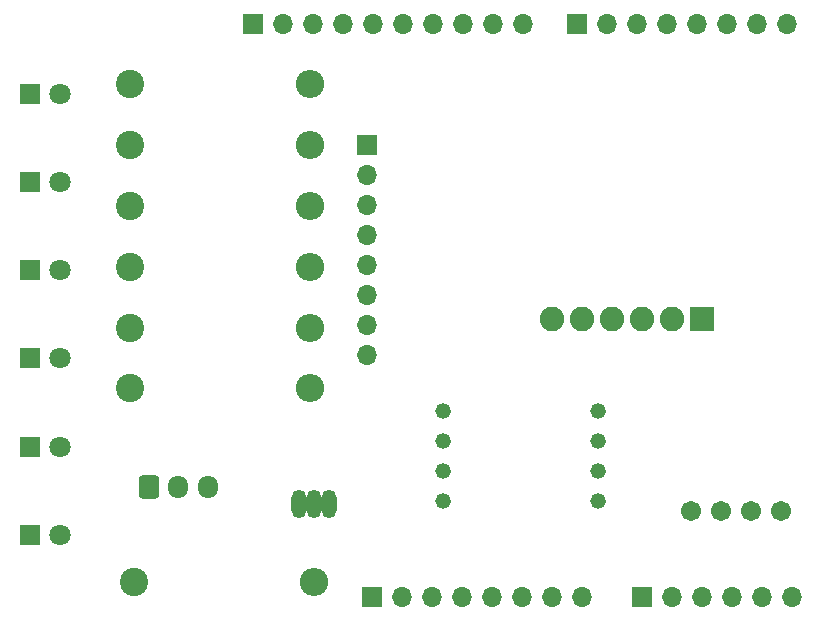
<source format=gbr>
%TF.GenerationSoftware,KiCad,Pcbnew,8.0.8*%
%TF.CreationDate,2025-03-13T01:40:52-06:00*%
%TF.ProjectId,Ballon Project,42616c6c-6f6e-4205-9072-6f6a6563742e,rev?*%
%TF.SameCoordinates,Original*%
%TF.FileFunction,Soldermask,Bot*%
%TF.FilePolarity,Negative*%
%FSLAX46Y46*%
G04 Gerber Fmt 4.6, Leading zero omitted, Abs format (unit mm)*
G04 Created by KiCad (PCBNEW 8.0.8) date 2025-03-13 01:40:52*
%MOMM*%
%LPD*%
G01*
G04 APERTURE LIST*
G04 Aperture macros list*
%AMRoundRect*
0 Rectangle with rounded corners*
0 $1 Rounding radius*
0 $2 $3 $4 $5 $6 $7 $8 $9 X,Y pos of 4 corners*
0 Add a 4 corners polygon primitive as box body*
4,1,4,$2,$3,$4,$5,$6,$7,$8,$9,$2,$3,0*
0 Add four circle primitives for the rounded corners*
1,1,$1+$1,$2,$3*
1,1,$1+$1,$4,$5*
1,1,$1+$1,$6,$7*
1,1,$1+$1,$8,$9*
0 Add four rect primitives between the rounded corners*
20,1,$1+$1,$2,$3,$4,$5,0*
20,1,$1+$1,$4,$5,$6,$7,0*
20,1,$1+$1,$6,$7,$8,$9,0*
20,1,$1+$1,$8,$9,$2,$3,0*%
G04 Aperture macros list end*
%ADD10R,1.700000X1.700000*%
%ADD11O,1.700000X1.700000*%
%ADD12C,1.321000*%
%ADD13C,2.400000*%
%ADD14O,2.400000X2.400000*%
%ADD15R,1.800000X1.800000*%
%ADD16C,1.800000*%
%ADD17RoundRect,0.102000X-0.939800X-0.939800X0.939800X-0.939800X0.939800X0.939800X-0.939800X0.939800X0*%
%ADD18C,2.083600*%
%ADD19C,1.712000*%
%ADD20O,1.304000X2.404000*%
%ADD21RoundRect,0.250000X-0.600000X-0.725000X0.600000X-0.725000X0.600000X0.725000X-0.600000X0.725000X0*%
%ADD22O,1.700000X1.950000*%
G04 APERTURE END LIST*
D10*
%TO.C,J4*%
X134220000Y-60270000D03*
D11*
X136760000Y-60270000D03*
X139300000Y-60270000D03*
X141840000Y-60270000D03*
X144380000Y-60270000D03*
X146920000Y-60270000D03*
X149460000Y-60270000D03*
X152000000Y-60270000D03*
%TD*%
D12*
%TO.C,IC1*%
X122920000Y-93000000D03*
X122920000Y-95540000D03*
X122920000Y-98080000D03*
X122920000Y-100620000D03*
X136000000Y-100620000D03*
X136000000Y-98080000D03*
X136000000Y-95540000D03*
X136000000Y-93000000D03*
%TD*%
D13*
%TO.C,R1*%
X96380000Y-65350000D03*
D14*
X111620000Y-65350000D03*
%TD*%
D15*
%TO.C,D4*%
X87960000Y-88560000D03*
D16*
X90500000Y-88560000D03*
%TD*%
D13*
%TO.C,R6*%
X96380000Y-91100000D03*
D14*
X111620000Y-91100000D03*
%TD*%
D13*
%TO.C,R3*%
X96380000Y-75650000D03*
D14*
X111620000Y-75650000D03*
%TD*%
D17*
%TO.C,U1*%
X144850000Y-85255000D03*
D18*
X142310000Y-85255000D03*
X139770000Y-85255000D03*
X137230000Y-85255000D03*
X134690000Y-85255000D03*
X132150000Y-85255000D03*
%TD*%
D13*
%TO.C,R5*%
X96380000Y-85950000D03*
D14*
X111620000Y-85950000D03*
%TD*%
D10*
%TO.C,J1*%
X106860000Y-60270000D03*
D11*
X109400000Y-60270000D03*
X111940000Y-60270000D03*
X114480000Y-60270000D03*
X117020000Y-60270000D03*
X119560000Y-60270000D03*
X122100000Y-60270000D03*
X124640000Y-60270000D03*
X127180000Y-60270000D03*
X129720000Y-60270000D03*
%TD*%
D13*
%TO.C,R4*%
X96380000Y-80800000D03*
D14*
X111620000Y-80800000D03*
%TD*%
D10*
%TO.C,J5*%
X116500000Y-70500000D03*
D11*
X116500000Y-73040000D03*
X116500000Y-75580000D03*
X116500000Y-78120000D03*
X116500000Y-80660000D03*
X116500000Y-83200000D03*
X116500000Y-85740000D03*
X116500000Y-88280000D03*
%TD*%
D15*
%TO.C,D6*%
X87960000Y-103500000D03*
D16*
X90500000Y-103500000D03*
%TD*%
D15*
%TO.C,D5*%
X87960000Y-96030000D03*
D16*
X90500000Y-96030000D03*
%TD*%
D10*
%TO.C,J3*%
X139720000Y-108770000D03*
D11*
X142260000Y-108770000D03*
X144800000Y-108770000D03*
X147340000Y-108770000D03*
X149880000Y-108770000D03*
X152420000Y-108770000D03*
%TD*%
D10*
%TO.C,J2*%
X116940000Y-108770000D03*
D11*
X119480000Y-108770000D03*
X122020000Y-108770000D03*
X124560000Y-108770000D03*
X127100000Y-108770000D03*
X129640000Y-108770000D03*
X132180000Y-108770000D03*
X134720000Y-108770000D03*
%TD*%
D19*
%TO.C,SENS-1*%
X143920000Y-101500000D03*
X146460000Y-101500000D03*
X149000000Y-101500000D03*
X151540000Y-101500000D03*
%TD*%
D13*
%TO.C,R7*%
X96760000Y-107500000D03*
D14*
X112000000Y-107500000D03*
%TD*%
D15*
%TO.C,D2*%
X87960000Y-73620000D03*
D16*
X90500000Y-73620000D03*
%TD*%
D15*
%TO.C,D1*%
X87960000Y-66150000D03*
D16*
X90500000Y-66150000D03*
%TD*%
D13*
%TO.C,R2*%
X96380000Y-70500000D03*
D14*
X111620000Y-70500000D03*
%TD*%
D20*
%TO.C,U3*%
X110730000Y-100900000D03*
X112000000Y-100900000D03*
X113270000Y-100900000D03*
%TD*%
D15*
%TO.C,D3*%
X87960000Y-81090000D03*
D16*
X90500000Y-81090000D03*
%TD*%
D21*
%TO.C,J7*%
X98000000Y-99475000D03*
D22*
X100500000Y-99475000D03*
X103000000Y-99475000D03*
%TD*%
M02*

</source>
